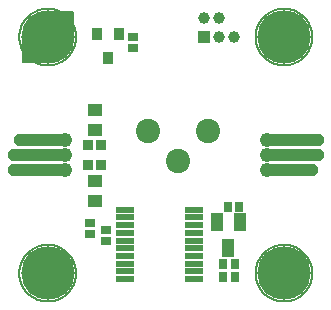
<source format=gts>
G04 EAGLE Gerber X2 export*
%TF.Part,Single*%
%TF.FileFunction,Soldermask,Top,1*%
%TF.FilePolarity,Negative*%
%TF.GenerationSoftware,Autodesk,EAGLE,9.6.2*%
%TF.CreationDate,2022-06-05T05:17:34Z*%
G75*
%MOMM*%
%FSLAX34Y34*%
%LPD*%
%INSoldermask Top*%
%AMOC8*
5,1,8,0,0,1.08239X$1,22.5*%
G01*
%ADD10R,0.827000X0.727000*%
%ADD11R,0.727000X0.827000*%
%ADD12R,0.927000X1.027000*%
%ADD13C,0.990600*%
%ADD14R,0.990600X0.990600*%
%ADD15R,0.827000X0.927000*%
%ADD16C,0.842138*%
%ADD17C,1.227000*%
%ADD18C,0.685800*%
%ADD19R,1.227000X1.127000*%
%ADD20R,1.127000X1.527000*%
%ADD21R,1.602000X0.577000*%
%ADD22C,4.527000*%
%ADD23C,0.200000*%
%ADD24C,2.057400*%

G36*
X61006Y224011D02*
X61006Y224011D01*
X61128Y224009D01*
X61147Y224014D01*
X61167Y224015D01*
X61283Y224052D01*
X61400Y224084D01*
X61417Y224095D01*
X61435Y224101D01*
X61536Y224168D01*
X61640Y224232D01*
X61653Y224247D01*
X61669Y224258D01*
X61747Y224351D01*
X61829Y224442D01*
X61837Y224459D01*
X61850Y224475D01*
X61899Y224586D01*
X61952Y224695D01*
X61955Y224714D01*
X61963Y224733D01*
X61989Y224935D01*
X61999Y225000D01*
X61999Y246000D01*
X61990Y246062D01*
X61991Y246112D01*
X61991Y246113D01*
X61991Y246128D01*
X61970Y246203D01*
X61959Y246279D01*
X61933Y246338D01*
X61916Y246400D01*
X61875Y246466D01*
X61843Y246536D01*
X61801Y246585D01*
X61768Y246640D01*
X61710Y246692D01*
X61660Y246750D01*
X61606Y246786D01*
X61558Y246829D01*
X61489Y246862D01*
X61424Y246905D01*
X61362Y246924D01*
X61305Y246952D01*
X61235Y246963D01*
X61154Y246987D01*
X61069Y246988D01*
X61000Y246999D01*
X40000Y246999D01*
X39871Y246981D01*
X39742Y246965D01*
X39732Y246961D01*
X39721Y246959D01*
X39602Y246906D01*
X39482Y246855D01*
X39474Y246848D01*
X39464Y246843D01*
X39365Y246759D01*
X39264Y246676D01*
X39258Y246667D01*
X39250Y246660D01*
X39178Y246551D01*
X39104Y246443D01*
X39101Y246433D01*
X39095Y246424D01*
X39057Y246299D01*
X39016Y246175D01*
X39016Y246165D01*
X39013Y246154D01*
X39011Y246024D01*
X39006Y245894D01*
X39009Y245883D01*
X39009Y245872D01*
X39044Y245746D01*
X39076Y245620D01*
X39081Y245611D01*
X39084Y245600D01*
X39153Y245489D01*
X39219Y245377D01*
X39226Y245370D01*
X39232Y245360D01*
X39442Y245171D01*
X39444Y245170D01*
X39446Y245169D01*
X51287Y237274D01*
X60178Y224431D01*
X60261Y224342D01*
X60340Y224250D01*
X60357Y224239D01*
X60370Y224224D01*
X60474Y224162D01*
X60576Y224095D01*
X60595Y224089D01*
X60612Y224079D01*
X60730Y224048D01*
X60846Y224013D01*
X60866Y224012D01*
X60885Y224007D01*
X61006Y224011D01*
G37*
G36*
X40007Y203002D02*
X40007Y203002D01*
X40015Y203001D01*
X40148Y203022D01*
X40279Y203041D01*
X40286Y203044D01*
X40293Y203045D01*
X40415Y203102D01*
X40536Y203157D01*
X40542Y203162D01*
X40549Y203165D01*
X40650Y203254D01*
X40750Y203340D01*
X40754Y203346D01*
X40760Y203351D01*
X40831Y203464D01*
X40905Y203576D01*
X40907Y203583D01*
X40911Y203590D01*
X40948Y203717D01*
X40987Y203846D01*
X40987Y203853D01*
X40989Y203860D01*
X40989Y203994D01*
X40991Y204128D01*
X40989Y204135D01*
X40989Y204142D01*
X40952Y204270D01*
X40916Y204400D01*
X40912Y204406D01*
X40910Y204413D01*
X40838Y204526D01*
X40768Y204640D01*
X40762Y204645D01*
X40758Y204651D01*
X40704Y204697D01*
X40558Y204829D01*
X40539Y204838D01*
X40524Y204851D01*
X27726Y212726D01*
X19851Y225524D01*
X19846Y225530D01*
X19843Y225536D01*
X19801Y225585D01*
X19777Y225624D01*
X19739Y225659D01*
X19671Y225741D01*
X19665Y225745D01*
X19660Y225750D01*
X19578Y225804D01*
X19568Y225813D01*
X19554Y225820D01*
X19547Y225824D01*
X19437Y225899D01*
X19430Y225901D01*
X19424Y225905D01*
X19296Y225944D01*
X19169Y225985D01*
X19161Y225985D01*
X19154Y225987D01*
X19021Y225989D01*
X18887Y225993D01*
X18880Y225991D01*
X18872Y225991D01*
X18743Y225955D01*
X18614Y225922D01*
X18608Y225918D01*
X18600Y225916D01*
X18486Y225845D01*
X18372Y225777D01*
X18367Y225772D01*
X18360Y225768D01*
X18271Y225668D01*
X18180Y225571D01*
X18176Y225564D01*
X18171Y225558D01*
X18113Y225438D01*
X18107Y225427D01*
X18095Y225408D01*
X18091Y225394D01*
X18053Y225319D01*
X18052Y225311D01*
X18048Y225305D01*
X18038Y225236D01*
X18030Y225195D01*
X18013Y225138D01*
X18012Y225099D01*
X18002Y225041D01*
X18004Y225019D01*
X18001Y225000D01*
X18001Y204000D01*
X18010Y203936D01*
X18009Y203872D01*
X18030Y203797D01*
X18041Y203721D01*
X18067Y203662D01*
X18084Y203600D01*
X18125Y203534D01*
X18157Y203464D01*
X18199Y203415D01*
X18232Y203360D01*
X18290Y203308D01*
X18340Y203250D01*
X18394Y203214D01*
X18442Y203171D01*
X18511Y203138D01*
X18576Y203095D01*
X18638Y203076D01*
X18695Y203048D01*
X18765Y203037D01*
X18846Y203013D01*
X18931Y203012D01*
X19000Y203001D01*
X40000Y203001D01*
X40007Y203002D01*
G37*
D10*
X112112Y215260D03*
X112112Y225260D03*
X89504Y61766D03*
X89504Y51766D03*
D11*
X192380Y81018D03*
X202380Y81018D03*
X188548Y21336D03*
X198548Y21336D03*
X188548Y32766D03*
X198548Y32766D03*
D12*
X100404Y227762D03*
X81404Y227762D03*
X90904Y206762D03*
D13*
X185138Y240626D03*
X185138Y224878D03*
X172438Y240626D03*
D14*
X172438Y224878D03*
D13*
X197838Y224878D03*
D15*
X74500Y133500D03*
X85500Y133500D03*
X74500Y116500D03*
X85500Y116500D03*
D10*
X75476Y57808D03*
X75476Y67808D03*
D16*
X49425Y136775D02*
X49425Y138625D01*
X49425Y136775D02*
X15575Y136775D01*
X15575Y138625D01*
X49425Y138625D01*
X49425Y125925D02*
X49425Y124075D01*
X10575Y124075D01*
X10575Y125925D01*
X49425Y125925D01*
X49425Y113225D02*
X49425Y111375D01*
X10575Y111375D01*
X10575Y113225D01*
X49425Y113225D01*
D17*
X54500Y112300D03*
X54500Y125000D03*
X54500Y137700D03*
D18*
X23500Y125000D03*
D19*
X80428Y102832D03*
X80428Y85832D03*
X80000Y146500D03*
X80000Y163500D03*
D20*
X193032Y45986D03*
X183532Y67986D03*
X202532Y67986D03*
D21*
X105562Y78562D03*
X105562Y72062D03*
X105562Y65562D03*
X105562Y59062D03*
X105562Y52562D03*
X105562Y46062D03*
X105562Y39562D03*
X105562Y33062D03*
X105562Y26562D03*
X105562Y20062D03*
X164322Y20062D03*
X164322Y26562D03*
X164322Y33062D03*
X164322Y39562D03*
X164322Y46062D03*
X164322Y52562D03*
X164322Y59062D03*
X164322Y65562D03*
X164322Y72062D03*
X164322Y78562D03*
D16*
X230575Y111375D02*
X230575Y113225D01*
X264425Y113225D01*
X264425Y111375D01*
X230575Y111375D01*
X230575Y124075D02*
X230575Y125925D01*
X269425Y125925D01*
X269425Y124075D01*
X230575Y124075D01*
X230575Y136775D02*
X230575Y138625D01*
X269425Y138625D01*
X269425Y136775D01*
X230575Y136775D01*
D17*
X225500Y137700D03*
X225500Y125000D03*
X225500Y112300D03*
D18*
X256500Y125000D03*
D22*
X40000Y225000D03*
D23*
X16000Y225000D02*
X16007Y225589D01*
X16029Y226178D01*
X16065Y226766D01*
X16116Y227352D01*
X16180Y227938D01*
X16260Y228522D01*
X16353Y229103D01*
X16461Y229682D01*
X16583Y230258D01*
X16719Y230832D01*
X16869Y231401D01*
X17033Y231967D01*
X17211Y232528D01*
X17403Y233085D01*
X17608Y233637D01*
X17827Y234184D01*
X18059Y234726D01*
X18304Y235261D01*
X18563Y235791D01*
X18834Y236314D01*
X19118Y236830D01*
X19415Y237338D01*
X19724Y237840D01*
X20045Y238334D01*
X20378Y238819D01*
X20723Y239297D01*
X21080Y239766D01*
X21448Y240225D01*
X21827Y240676D01*
X22217Y241117D01*
X22618Y241549D01*
X23029Y241971D01*
X23451Y242382D01*
X23883Y242783D01*
X24324Y243173D01*
X24775Y243552D01*
X25234Y243920D01*
X25703Y244277D01*
X26181Y244622D01*
X26666Y244955D01*
X27160Y245276D01*
X27662Y245585D01*
X28170Y245882D01*
X28686Y246166D01*
X29209Y246437D01*
X29739Y246696D01*
X30274Y246941D01*
X30816Y247173D01*
X31363Y247392D01*
X31915Y247597D01*
X32472Y247789D01*
X33033Y247967D01*
X33599Y248131D01*
X34168Y248281D01*
X34742Y248417D01*
X35318Y248539D01*
X35897Y248647D01*
X36478Y248740D01*
X37062Y248820D01*
X37648Y248884D01*
X38234Y248935D01*
X38822Y248971D01*
X39411Y248993D01*
X40000Y249000D01*
X40589Y248993D01*
X41178Y248971D01*
X41766Y248935D01*
X42352Y248884D01*
X42938Y248820D01*
X43522Y248740D01*
X44103Y248647D01*
X44682Y248539D01*
X45258Y248417D01*
X45832Y248281D01*
X46401Y248131D01*
X46967Y247967D01*
X47528Y247789D01*
X48085Y247597D01*
X48637Y247392D01*
X49184Y247173D01*
X49726Y246941D01*
X50261Y246696D01*
X50791Y246437D01*
X51314Y246166D01*
X51830Y245882D01*
X52338Y245585D01*
X52840Y245276D01*
X53334Y244955D01*
X53819Y244622D01*
X54297Y244277D01*
X54766Y243920D01*
X55225Y243552D01*
X55676Y243173D01*
X56117Y242783D01*
X56549Y242382D01*
X56971Y241971D01*
X57382Y241549D01*
X57783Y241117D01*
X58173Y240676D01*
X58552Y240225D01*
X58920Y239766D01*
X59277Y239297D01*
X59622Y238819D01*
X59955Y238334D01*
X60276Y237840D01*
X60585Y237338D01*
X60882Y236830D01*
X61166Y236314D01*
X61437Y235791D01*
X61696Y235261D01*
X61941Y234726D01*
X62173Y234184D01*
X62392Y233637D01*
X62597Y233085D01*
X62789Y232528D01*
X62967Y231967D01*
X63131Y231401D01*
X63281Y230832D01*
X63417Y230258D01*
X63539Y229682D01*
X63647Y229103D01*
X63740Y228522D01*
X63820Y227938D01*
X63884Y227352D01*
X63935Y226766D01*
X63971Y226178D01*
X63993Y225589D01*
X64000Y225000D01*
X63993Y224411D01*
X63971Y223822D01*
X63935Y223234D01*
X63884Y222648D01*
X63820Y222062D01*
X63740Y221478D01*
X63647Y220897D01*
X63539Y220318D01*
X63417Y219742D01*
X63281Y219168D01*
X63131Y218599D01*
X62967Y218033D01*
X62789Y217472D01*
X62597Y216915D01*
X62392Y216363D01*
X62173Y215816D01*
X61941Y215274D01*
X61696Y214739D01*
X61437Y214209D01*
X61166Y213686D01*
X60882Y213170D01*
X60585Y212662D01*
X60276Y212160D01*
X59955Y211666D01*
X59622Y211181D01*
X59277Y210703D01*
X58920Y210234D01*
X58552Y209775D01*
X58173Y209324D01*
X57783Y208883D01*
X57382Y208451D01*
X56971Y208029D01*
X56549Y207618D01*
X56117Y207217D01*
X55676Y206827D01*
X55225Y206448D01*
X54766Y206080D01*
X54297Y205723D01*
X53819Y205378D01*
X53334Y205045D01*
X52840Y204724D01*
X52338Y204415D01*
X51830Y204118D01*
X51314Y203834D01*
X50791Y203563D01*
X50261Y203304D01*
X49726Y203059D01*
X49184Y202827D01*
X48637Y202608D01*
X48085Y202403D01*
X47528Y202211D01*
X46967Y202033D01*
X46401Y201869D01*
X45832Y201719D01*
X45258Y201583D01*
X44682Y201461D01*
X44103Y201353D01*
X43522Y201260D01*
X42938Y201180D01*
X42352Y201116D01*
X41766Y201065D01*
X41178Y201029D01*
X40589Y201007D01*
X40000Y201000D01*
X39411Y201007D01*
X38822Y201029D01*
X38234Y201065D01*
X37648Y201116D01*
X37062Y201180D01*
X36478Y201260D01*
X35897Y201353D01*
X35318Y201461D01*
X34742Y201583D01*
X34168Y201719D01*
X33599Y201869D01*
X33033Y202033D01*
X32472Y202211D01*
X31915Y202403D01*
X31363Y202608D01*
X30816Y202827D01*
X30274Y203059D01*
X29739Y203304D01*
X29209Y203563D01*
X28686Y203834D01*
X28170Y204118D01*
X27662Y204415D01*
X27160Y204724D01*
X26666Y205045D01*
X26181Y205378D01*
X25703Y205723D01*
X25234Y206080D01*
X24775Y206448D01*
X24324Y206827D01*
X23883Y207217D01*
X23451Y207618D01*
X23029Y208029D01*
X22618Y208451D01*
X22217Y208883D01*
X21827Y209324D01*
X21448Y209775D01*
X21080Y210234D01*
X20723Y210703D01*
X20378Y211181D01*
X20045Y211666D01*
X19724Y212160D01*
X19415Y212662D01*
X19118Y213170D01*
X18834Y213686D01*
X18563Y214209D01*
X18304Y214739D01*
X18059Y215274D01*
X17827Y215816D01*
X17608Y216363D01*
X17403Y216915D01*
X17211Y217472D01*
X17033Y218033D01*
X16869Y218599D01*
X16719Y219168D01*
X16583Y219742D01*
X16461Y220318D01*
X16353Y220897D01*
X16260Y221478D01*
X16180Y222062D01*
X16116Y222648D01*
X16065Y223234D01*
X16029Y223822D01*
X16007Y224411D01*
X16000Y225000D01*
D22*
X40000Y25000D03*
D23*
X16000Y25000D02*
X16007Y25589D01*
X16029Y26178D01*
X16065Y26766D01*
X16116Y27352D01*
X16180Y27938D01*
X16260Y28522D01*
X16353Y29103D01*
X16461Y29682D01*
X16583Y30258D01*
X16719Y30832D01*
X16869Y31401D01*
X17033Y31967D01*
X17211Y32528D01*
X17403Y33085D01*
X17608Y33637D01*
X17827Y34184D01*
X18059Y34726D01*
X18304Y35261D01*
X18563Y35791D01*
X18834Y36314D01*
X19118Y36830D01*
X19415Y37338D01*
X19724Y37840D01*
X20045Y38334D01*
X20378Y38819D01*
X20723Y39297D01*
X21080Y39766D01*
X21448Y40225D01*
X21827Y40676D01*
X22217Y41117D01*
X22618Y41549D01*
X23029Y41971D01*
X23451Y42382D01*
X23883Y42783D01*
X24324Y43173D01*
X24775Y43552D01*
X25234Y43920D01*
X25703Y44277D01*
X26181Y44622D01*
X26666Y44955D01*
X27160Y45276D01*
X27662Y45585D01*
X28170Y45882D01*
X28686Y46166D01*
X29209Y46437D01*
X29739Y46696D01*
X30274Y46941D01*
X30816Y47173D01*
X31363Y47392D01*
X31915Y47597D01*
X32472Y47789D01*
X33033Y47967D01*
X33599Y48131D01*
X34168Y48281D01*
X34742Y48417D01*
X35318Y48539D01*
X35897Y48647D01*
X36478Y48740D01*
X37062Y48820D01*
X37648Y48884D01*
X38234Y48935D01*
X38822Y48971D01*
X39411Y48993D01*
X40000Y49000D01*
X40589Y48993D01*
X41178Y48971D01*
X41766Y48935D01*
X42352Y48884D01*
X42938Y48820D01*
X43522Y48740D01*
X44103Y48647D01*
X44682Y48539D01*
X45258Y48417D01*
X45832Y48281D01*
X46401Y48131D01*
X46967Y47967D01*
X47528Y47789D01*
X48085Y47597D01*
X48637Y47392D01*
X49184Y47173D01*
X49726Y46941D01*
X50261Y46696D01*
X50791Y46437D01*
X51314Y46166D01*
X51830Y45882D01*
X52338Y45585D01*
X52840Y45276D01*
X53334Y44955D01*
X53819Y44622D01*
X54297Y44277D01*
X54766Y43920D01*
X55225Y43552D01*
X55676Y43173D01*
X56117Y42783D01*
X56549Y42382D01*
X56971Y41971D01*
X57382Y41549D01*
X57783Y41117D01*
X58173Y40676D01*
X58552Y40225D01*
X58920Y39766D01*
X59277Y39297D01*
X59622Y38819D01*
X59955Y38334D01*
X60276Y37840D01*
X60585Y37338D01*
X60882Y36830D01*
X61166Y36314D01*
X61437Y35791D01*
X61696Y35261D01*
X61941Y34726D01*
X62173Y34184D01*
X62392Y33637D01*
X62597Y33085D01*
X62789Y32528D01*
X62967Y31967D01*
X63131Y31401D01*
X63281Y30832D01*
X63417Y30258D01*
X63539Y29682D01*
X63647Y29103D01*
X63740Y28522D01*
X63820Y27938D01*
X63884Y27352D01*
X63935Y26766D01*
X63971Y26178D01*
X63993Y25589D01*
X64000Y25000D01*
X63993Y24411D01*
X63971Y23822D01*
X63935Y23234D01*
X63884Y22648D01*
X63820Y22062D01*
X63740Y21478D01*
X63647Y20897D01*
X63539Y20318D01*
X63417Y19742D01*
X63281Y19168D01*
X63131Y18599D01*
X62967Y18033D01*
X62789Y17472D01*
X62597Y16915D01*
X62392Y16363D01*
X62173Y15816D01*
X61941Y15274D01*
X61696Y14739D01*
X61437Y14209D01*
X61166Y13686D01*
X60882Y13170D01*
X60585Y12662D01*
X60276Y12160D01*
X59955Y11666D01*
X59622Y11181D01*
X59277Y10703D01*
X58920Y10234D01*
X58552Y9775D01*
X58173Y9324D01*
X57783Y8883D01*
X57382Y8451D01*
X56971Y8029D01*
X56549Y7618D01*
X56117Y7217D01*
X55676Y6827D01*
X55225Y6448D01*
X54766Y6080D01*
X54297Y5723D01*
X53819Y5378D01*
X53334Y5045D01*
X52840Y4724D01*
X52338Y4415D01*
X51830Y4118D01*
X51314Y3834D01*
X50791Y3563D01*
X50261Y3304D01*
X49726Y3059D01*
X49184Y2827D01*
X48637Y2608D01*
X48085Y2403D01*
X47528Y2211D01*
X46967Y2033D01*
X46401Y1869D01*
X45832Y1719D01*
X45258Y1583D01*
X44682Y1461D01*
X44103Y1353D01*
X43522Y1260D01*
X42938Y1180D01*
X42352Y1116D01*
X41766Y1065D01*
X41178Y1029D01*
X40589Y1007D01*
X40000Y1000D01*
X39411Y1007D01*
X38822Y1029D01*
X38234Y1065D01*
X37648Y1116D01*
X37062Y1180D01*
X36478Y1260D01*
X35897Y1353D01*
X35318Y1461D01*
X34742Y1583D01*
X34168Y1719D01*
X33599Y1869D01*
X33033Y2033D01*
X32472Y2211D01*
X31915Y2403D01*
X31363Y2608D01*
X30816Y2827D01*
X30274Y3059D01*
X29739Y3304D01*
X29209Y3563D01*
X28686Y3834D01*
X28170Y4118D01*
X27662Y4415D01*
X27160Y4724D01*
X26666Y5045D01*
X26181Y5378D01*
X25703Y5723D01*
X25234Y6080D01*
X24775Y6448D01*
X24324Y6827D01*
X23883Y7217D01*
X23451Y7618D01*
X23029Y8029D01*
X22618Y8451D01*
X22217Y8883D01*
X21827Y9324D01*
X21448Y9775D01*
X21080Y10234D01*
X20723Y10703D01*
X20378Y11181D01*
X20045Y11666D01*
X19724Y12160D01*
X19415Y12662D01*
X19118Y13170D01*
X18834Y13686D01*
X18563Y14209D01*
X18304Y14739D01*
X18059Y15274D01*
X17827Y15816D01*
X17608Y16363D01*
X17403Y16915D01*
X17211Y17472D01*
X17033Y18033D01*
X16869Y18599D01*
X16719Y19168D01*
X16583Y19742D01*
X16461Y20318D01*
X16353Y20897D01*
X16260Y21478D01*
X16180Y22062D01*
X16116Y22648D01*
X16065Y23234D01*
X16029Y23822D01*
X16007Y24411D01*
X16000Y25000D01*
D22*
X240000Y25000D03*
D23*
X216000Y25000D02*
X216007Y25589D01*
X216029Y26178D01*
X216065Y26766D01*
X216116Y27352D01*
X216180Y27938D01*
X216260Y28522D01*
X216353Y29103D01*
X216461Y29682D01*
X216583Y30258D01*
X216719Y30832D01*
X216869Y31401D01*
X217033Y31967D01*
X217211Y32528D01*
X217403Y33085D01*
X217608Y33637D01*
X217827Y34184D01*
X218059Y34726D01*
X218304Y35261D01*
X218563Y35791D01*
X218834Y36314D01*
X219118Y36830D01*
X219415Y37338D01*
X219724Y37840D01*
X220045Y38334D01*
X220378Y38819D01*
X220723Y39297D01*
X221080Y39766D01*
X221448Y40225D01*
X221827Y40676D01*
X222217Y41117D01*
X222618Y41549D01*
X223029Y41971D01*
X223451Y42382D01*
X223883Y42783D01*
X224324Y43173D01*
X224775Y43552D01*
X225234Y43920D01*
X225703Y44277D01*
X226181Y44622D01*
X226666Y44955D01*
X227160Y45276D01*
X227662Y45585D01*
X228170Y45882D01*
X228686Y46166D01*
X229209Y46437D01*
X229739Y46696D01*
X230274Y46941D01*
X230816Y47173D01*
X231363Y47392D01*
X231915Y47597D01*
X232472Y47789D01*
X233033Y47967D01*
X233599Y48131D01*
X234168Y48281D01*
X234742Y48417D01*
X235318Y48539D01*
X235897Y48647D01*
X236478Y48740D01*
X237062Y48820D01*
X237648Y48884D01*
X238234Y48935D01*
X238822Y48971D01*
X239411Y48993D01*
X240000Y49000D01*
X240589Y48993D01*
X241178Y48971D01*
X241766Y48935D01*
X242352Y48884D01*
X242938Y48820D01*
X243522Y48740D01*
X244103Y48647D01*
X244682Y48539D01*
X245258Y48417D01*
X245832Y48281D01*
X246401Y48131D01*
X246967Y47967D01*
X247528Y47789D01*
X248085Y47597D01*
X248637Y47392D01*
X249184Y47173D01*
X249726Y46941D01*
X250261Y46696D01*
X250791Y46437D01*
X251314Y46166D01*
X251830Y45882D01*
X252338Y45585D01*
X252840Y45276D01*
X253334Y44955D01*
X253819Y44622D01*
X254297Y44277D01*
X254766Y43920D01*
X255225Y43552D01*
X255676Y43173D01*
X256117Y42783D01*
X256549Y42382D01*
X256971Y41971D01*
X257382Y41549D01*
X257783Y41117D01*
X258173Y40676D01*
X258552Y40225D01*
X258920Y39766D01*
X259277Y39297D01*
X259622Y38819D01*
X259955Y38334D01*
X260276Y37840D01*
X260585Y37338D01*
X260882Y36830D01*
X261166Y36314D01*
X261437Y35791D01*
X261696Y35261D01*
X261941Y34726D01*
X262173Y34184D01*
X262392Y33637D01*
X262597Y33085D01*
X262789Y32528D01*
X262967Y31967D01*
X263131Y31401D01*
X263281Y30832D01*
X263417Y30258D01*
X263539Y29682D01*
X263647Y29103D01*
X263740Y28522D01*
X263820Y27938D01*
X263884Y27352D01*
X263935Y26766D01*
X263971Y26178D01*
X263993Y25589D01*
X264000Y25000D01*
X263993Y24411D01*
X263971Y23822D01*
X263935Y23234D01*
X263884Y22648D01*
X263820Y22062D01*
X263740Y21478D01*
X263647Y20897D01*
X263539Y20318D01*
X263417Y19742D01*
X263281Y19168D01*
X263131Y18599D01*
X262967Y18033D01*
X262789Y17472D01*
X262597Y16915D01*
X262392Y16363D01*
X262173Y15816D01*
X261941Y15274D01*
X261696Y14739D01*
X261437Y14209D01*
X261166Y13686D01*
X260882Y13170D01*
X260585Y12662D01*
X260276Y12160D01*
X259955Y11666D01*
X259622Y11181D01*
X259277Y10703D01*
X258920Y10234D01*
X258552Y9775D01*
X258173Y9324D01*
X257783Y8883D01*
X257382Y8451D01*
X256971Y8029D01*
X256549Y7618D01*
X256117Y7217D01*
X255676Y6827D01*
X255225Y6448D01*
X254766Y6080D01*
X254297Y5723D01*
X253819Y5378D01*
X253334Y5045D01*
X252840Y4724D01*
X252338Y4415D01*
X251830Y4118D01*
X251314Y3834D01*
X250791Y3563D01*
X250261Y3304D01*
X249726Y3059D01*
X249184Y2827D01*
X248637Y2608D01*
X248085Y2403D01*
X247528Y2211D01*
X246967Y2033D01*
X246401Y1869D01*
X245832Y1719D01*
X245258Y1583D01*
X244682Y1461D01*
X244103Y1353D01*
X243522Y1260D01*
X242938Y1180D01*
X242352Y1116D01*
X241766Y1065D01*
X241178Y1029D01*
X240589Y1007D01*
X240000Y1000D01*
X239411Y1007D01*
X238822Y1029D01*
X238234Y1065D01*
X237648Y1116D01*
X237062Y1180D01*
X236478Y1260D01*
X235897Y1353D01*
X235318Y1461D01*
X234742Y1583D01*
X234168Y1719D01*
X233599Y1869D01*
X233033Y2033D01*
X232472Y2211D01*
X231915Y2403D01*
X231363Y2608D01*
X230816Y2827D01*
X230274Y3059D01*
X229739Y3304D01*
X229209Y3563D01*
X228686Y3834D01*
X228170Y4118D01*
X227662Y4415D01*
X227160Y4724D01*
X226666Y5045D01*
X226181Y5378D01*
X225703Y5723D01*
X225234Y6080D01*
X224775Y6448D01*
X224324Y6827D01*
X223883Y7217D01*
X223451Y7618D01*
X223029Y8029D01*
X222618Y8451D01*
X222217Y8883D01*
X221827Y9324D01*
X221448Y9775D01*
X221080Y10234D01*
X220723Y10703D01*
X220378Y11181D01*
X220045Y11666D01*
X219724Y12160D01*
X219415Y12662D01*
X219118Y13170D01*
X218834Y13686D01*
X218563Y14209D01*
X218304Y14739D01*
X218059Y15274D01*
X217827Y15816D01*
X217608Y16363D01*
X217403Y16915D01*
X217211Y17472D01*
X217033Y18033D01*
X216869Y18599D01*
X216719Y19168D01*
X216583Y19742D01*
X216461Y20318D01*
X216353Y20897D01*
X216260Y21478D01*
X216180Y22062D01*
X216116Y22648D01*
X216065Y23234D01*
X216029Y23822D01*
X216007Y24411D01*
X216000Y25000D01*
D22*
X240000Y225000D03*
D23*
X216000Y225000D02*
X216007Y225589D01*
X216029Y226178D01*
X216065Y226766D01*
X216116Y227352D01*
X216180Y227938D01*
X216260Y228522D01*
X216353Y229103D01*
X216461Y229682D01*
X216583Y230258D01*
X216719Y230832D01*
X216869Y231401D01*
X217033Y231967D01*
X217211Y232528D01*
X217403Y233085D01*
X217608Y233637D01*
X217827Y234184D01*
X218059Y234726D01*
X218304Y235261D01*
X218563Y235791D01*
X218834Y236314D01*
X219118Y236830D01*
X219415Y237338D01*
X219724Y237840D01*
X220045Y238334D01*
X220378Y238819D01*
X220723Y239297D01*
X221080Y239766D01*
X221448Y240225D01*
X221827Y240676D01*
X222217Y241117D01*
X222618Y241549D01*
X223029Y241971D01*
X223451Y242382D01*
X223883Y242783D01*
X224324Y243173D01*
X224775Y243552D01*
X225234Y243920D01*
X225703Y244277D01*
X226181Y244622D01*
X226666Y244955D01*
X227160Y245276D01*
X227662Y245585D01*
X228170Y245882D01*
X228686Y246166D01*
X229209Y246437D01*
X229739Y246696D01*
X230274Y246941D01*
X230816Y247173D01*
X231363Y247392D01*
X231915Y247597D01*
X232472Y247789D01*
X233033Y247967D01*
X233599Y248131D01*
X234168Y248281D01*
X234742Y248417D01*
X235318Y248539D01*
X235897Y248647D01*
X236478Y248740D01*
X237062Y248820D01*
X237648Y248884D01*
X238234Y248935D01*
X238822Y248971D01*
X239411Y248993D01*
X240000Y249000D01*
X240589Y248993D01*
X241178Y248971D01*
X241766Y248935D01*
X242352Y248884D01*
X242938Y248820D01*
X243522Y248740D01*
X244103Y248647D01*
X244682Y248539D01*
X245258Y248417D01*
X245832Y248281D01*
X246401Y248131D01*
X246967Y247967D01*
X247528Y247789D01*
X248085Y247597D01*
X248637Y247392D01*
X249184Y247173D01*
X249726Y246941D01*
X250261Y246696D01*
X250791Y246437D01*
X251314Y246166D01*
X251830Y245882D01*
X252338Y245585D01*
X252840Y245276D01*
X253334Y244955D01*
X253819Y244622D01*
X254297Y244277D01*
X254766Y243920D01*
X255225Y243552D01*
X255676Y243173D01*
X256117Y242783D01*
X256549Y242382D01*
X256971Y241971D01*
X257382Y241549D01*
X257783Y241117D01*
X258173Y240676D01*
X258552Y240225D01*
X258920Y239766D01*
X259277Y239297D01*
X259622Y238819D01*
X259955Y238334D01*
X260276Y237840D01*
X260585Y237338D01*
X260882Y236830D01*
X261166Y236314D01*
X261437Y235791D01*
X261696Y235261D01*
X261941Y234726D01*
X262173Y234184D01*
X262392Y233637D01*
X262597Y233085D01*
X262789Y232528D01*
X262967Y231967D01*
X263131Y231401D01*
X263281Y230832D01*
X263417Y230258D01*
X263539Y229682D01*
X263647Y229103D01*
X263740Y228522D01*
X263820Y227938D01*
X263884Y227352D01*
X263935Y226766D01*
X263971Y226178D01*
X263993Y225589D01*
X264000Y225000D01*
X263993Y224411D01*
X263971Y223822D01*
X263935Y223234D01*
X263884Y222648D01*
X263820Y222062D01*
X263740Y221478D01*
X263647Y220897D01*
X263539Y220318D01*
X263417Y219742D01*
X263281Y219168D01*
X263131Y218599D01*
X262967Y218033D01*
X262789Y217472D01*
X262597Y216915D01*
X262392Y216363D01*
X262173Y215816D01*
X261941Y215274D01*
X261696Y214739D01*
X261437Y214209D01*
X261166Y213686D01*
X260882Y213170D01*
X260585Y212662D01*
X260276Y212160D01*
X259955Y211666D01*
X259622Y211181D01*
X259277Y210703D01*
X258920Y210234D01*
X258552Y209775D01*
X258173Y209324D01*
X257783Y208883D01*
X257382Y208451D01*
X256971Y208029D01*
X256549Y207618D01*
X256117Y207217D01*
X255676Y206827D01*
X255225Y206448D01*
X254766Y206080D01*
X254297Y205723D01*
X253819Y205378D01*
X253334Y205045D01*
X252840Y204724D01*
X252338Y204415D01*
X251830Y204118D01*
X251314Y203834D01*
X250791Y203563D01*
X250261Y203304D01*
X249726Y203059D01*
X249184Y202827D01*
X248637Y202608D01*
X248085Y202403D01*
X247528Y202211D01*
X246967Y202033D01*
X246401Y201869D01*
X245832Y201719D01*
X245258Y201583D01*
X244682Y201461D01*
X244103Y201353D01*
X243522Y201260D01*
X242938Y201180D01*
X242352Y201116D01*
X241766Y201065D01*
X241178Y201029D01*
X240589Y201007D01*
X240000Y201000D01*
X239411Y201007D01*
X238822Y201029D01*
X238234Y201065D01*
X237648Y201116D01*
X237062Y201180D01*
X236478Y201260D01*
X235897Y201353D01*
X235318Y201461D01*
X234742Y201583D01*
X234168Y201719D01*
X233599Y201869D01*
X233033Y202033D01*
X232472Y202211D01*
X231915Y202403D01*
X231363Y202608D01*
X230816Y202827D01*
X230274Y203059D01*
X229739Y203304D01*
X229209Y203563D01*
X228686Y203834D01*
X228170Y204118D01*
X227662Y204415D01*
X227160Y204724D01*
X226666Y205045D01*
X226181Y205378D01*
X225703Y205723D01*
X225234Y206080D01*
X224775Y206448D01*
X224324Y206827D01*
X223883Y207217D01*
X223451Y207618D01*
X223029Y208029D01*
X222618Y208451D01*
X222217Y208883D01*
X221827Y209324D01*
X221448Y209775D01*
X221080Y210234D01*
X220723Y210703D01*
X220378Y211181D01*
X220045Y211666D01*
X219724Y212160D01*
X219415Y212662D01*
X219118Y213170D01*
X218834Y213686D01*
X218563Y214209D01*
X218304Y214739D01*
X218059Y215274D01*
X217827Y215816D01*
X217608Y216363D01*
X217403Y216915D01*
X217211Y217472D01*
X217033Y218033D01*
X216869Y218599D01*
X216719Y219168D01*
X216583Y219742D01*
X216461Y220318D01*
X216353Y220897D01*
X216260Y221478D01*
X216180Y222062D01*
X216116Y222648D01*
X216065Y223234D01*
X216029Y223822D01*
X216007Y224411D01*
X216000Y225000D01*
D24*
X124600Y145000D03*
X175400Y145000D03*
X150000Y119600D03*
M02*

</source>
